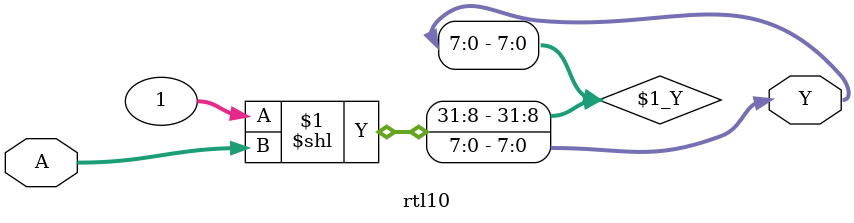
<source format=v>
module rtl10 (input [2:0] A, output [7:0] Y);
    assign Y = 1 << A;
endmodule


</source>
